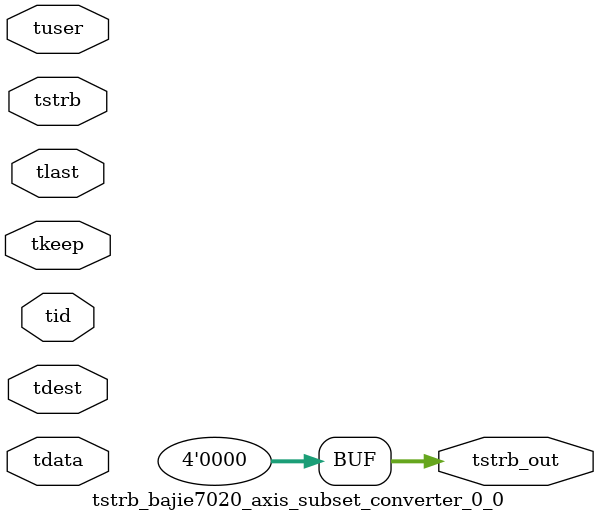
<source format=v>


`timescale 1ps/1ps

module tstrb_bajie7020_axis_subset_converter_0_0 #
(
parameter C_S_AXIS_TDATA_WIDTH = 32,
parameter C_S_AXIS_TUSER_WIDTH = 0,
parameter C_S_AXIS_TID_WIDTH   = 0,
parameter C_S_AXIS_TDEST_WIDTH = 0,
parameter C_M_AXIS_TDATA_WIDTH = 32
)
(
input  [(C_S_AXIS_TDATA_WIDTH == 0 ? 1 : C_S_AXIS_TDATA_WIDTH)-1:0     ] tdata,
input  [(C_S_AXIS_TUSER_WIDTH == 0 ? 1 : C_S_AXIS_TUSER_WIDTH)-1:0     ] tuser,
input  [(C_S_AXIS_TID_WIDTH   == 0 ? 1 : C_S_AXIS_TID_WIDTH)-1:0       ] tid,
input  [(C_S_AXIS_TDEST_WIDTH == 0 ? 1 : C_S_AXIS_TDEST_WIDTH)-1:0     ] tdest,
input  [(C_S_AXIS_TDATA_WIDTH/8)-1:0 ] tkeep,
input  [(C_S_AXIS_TDATA_WIDTH/8)-1:0 ] tstrb,
input                                                                    tlast,
output [(C_M_AXIS_TDATA_WIDTH/8)-1:0 ] tstrb_out
);

assign tstrb_out = {1'b0};

endmodule


</source>
